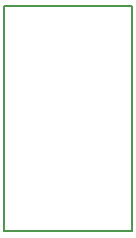
<source format=gko>
G04 #@! TF.FileFunction,Profile,NP*
%FSLAX46Y46*%
G04 Gerber Fmt 4.6, Leading zero omitted, Abs format (unit mm)*
G04 Created by KiCad (PCBNEW (2016-05-03 BZR 6266)-product) date Fri Jul 15 05:32:01 2016*
%MOMM*%
%LPD*%
G01*
G04 APERTURE LIST*
%ADD10C,0.350000*%
%ADD11C,0.150000*%
G04 APERTURE END LIST*
D10*
D11*
X104140000Y-116205000D02*
X104140000Y-135255000D01*
X114935000Y-116205000D02*
X104140000Y-116205000D01*
X114935000Y-135255000D02*
X114935000Y-116205000D01*
X104140000Y-135255000D02*
X114935000Y-135255000D01*
M02*

</source>
